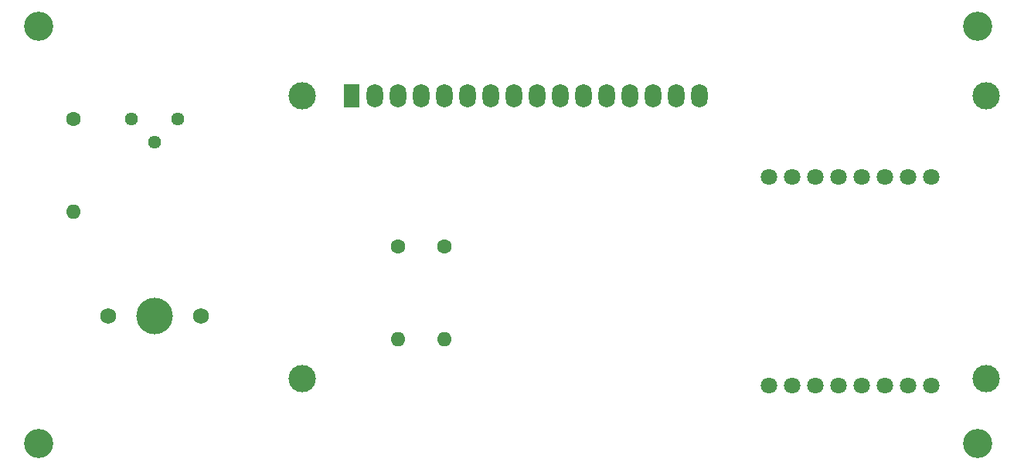
<source format=gbr>
%TF.GenerationSoftware,KiCad,Pcbnew,(5.1.10)-1*%
%TF.CreationDate,2021-11-07T19:57:30+01:00*%
%TF.ProjectId,bussData,62757373-4461-4746-912e-6b696361645f,rev?*%
%TF.SameCoordinates,Original*%
%TF.FileFunction,Soldermask,Top*%
%TF.FilePolarity,Negative*%
%FSLAX46Y46*%
G04 Gerber Fmt 4.6, Leading zero omitted, Abs format (unit mm)*
G04 Created by KiCad (PCBNEW (5.1.10)-1) date 2021-11-07 19:57:30*
%MOMM*%
%LPD*%
G01*
G04 APERTURE LIST*
%ADD10C,1.800000*%
%ADD11C,3.200000*%
%ADD12C,3.000000*%
%ADD13O,1.800000X2.600000*%
%ADD14R,1.800000X2.600000*%
%ADD15O,1.600000X1.600000*%
%ADD16C,1.600000*%
%ADD17C,1.440000*%
%ADD18C,1.750000*%
%ADD19C,4.000000*%
G04 APERTURE END LIST*
D10*
%TO.C,esp8266 D1 Wemos mini*%
X161290000Y-74930000D03*
X163830000Y-74930000D03*
X166370000Y-74930000D03*
X168910000Y-74930000D03*
X171450000Y-74930000D03*
X173990000Y-74930000D03*
X176530000Y-74930000D03*
X179070000Y-74930000D03*
X179070000Y-97790000D03*
X176530000Y-97790000D03*
X173990000Y-97790000D03*
X171450000Y-97790000D03*
X168910000Y-97790000D03*
X166370000Y-97790000D03*
X163830000Y-97790000D03*
X161290000Y-97790000D03*
%TD*%
D11*
%TO.C,M3*%
X184150000Y-104140000D03*
%TD*%
%TO.C,REF\u002A\u002A*%
X81280000Y-104140000D03*
%TD*%
%TO.C,REF\u002A\u002A*%
X81280000Y-58420000D03*
%TD*%
%TO.C,REF\u002A\u002A*%
X184150000Y-58420000D03*
%TD*%
D12*
%TO.C,LCD1*%
X185070000Y-66040000D03*
X185069480Y-97040700D03*
X110070900Y-97040700D03*
X110070900Y-66040000D03*
D13*
X153670000Y-66040000D03*
X151130000Y-66040000D03*
X148590000Y-66040000D03*
X146050000Y-66040000D03*
X143510000Y-66040000D03*
X140970000Y-66040000D03*
X138430000Y-66040000D03*
X135890000Y-66040000D03*
X133350000Y-66040000D03*
X130810000Y-66040000D03*
X128270000Y-66040000D03*
X125730000Y-66040000D03*
X123190000Y-66040000D03*
X120650000Y-66040000D03*
X118110000Y-66040000D03*
D14*
X115570000Y-66040000D03*
%TD*%
D15*
%TO.C,R_VDD*%
X120650000Y-92710000D03*
D16*
X120650000Y-82550000D03*
%TD*%
D15*
%TO.C,R_BTN*%
X85090000Y-78740000D03*
D16*
X85090000Y-68580000D03*
%TD*%
D15*
%TO.C,R_GND*%
X125730000Y-92710000D03*
D16*
X125730000Y-82550000D03*
%TD*%
D17*
%TO.C,DIM1*%
X91440000Y-68580000D03*
X93980000Y-71120000D03*
X96520000Y-68580000D03*
%TD*%
D18*
%TO.C,btn1*%
X99060000Y-90170000D03*
X88900000Y-90170000D03*
D19*
X93980000Y-90170000D03*
%TD*%
M02*

</source>
